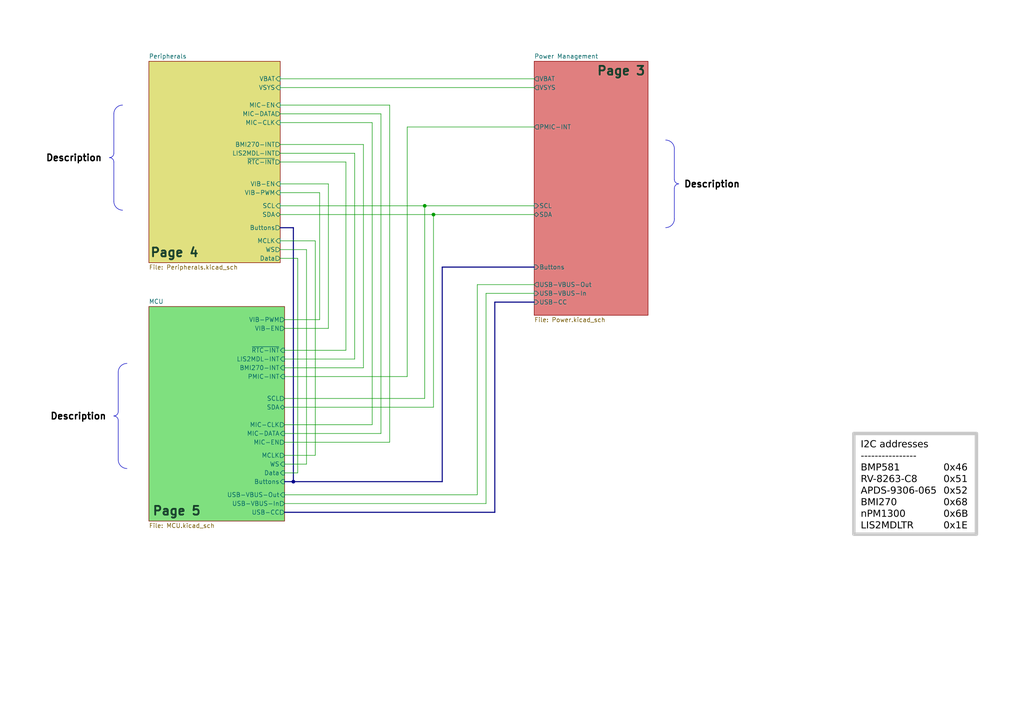
<source format=kicad_sch>
(kicad_sch
	(version 20250114)
	(generator "eeschema")
	(generator_version "9.0")
	(uuid "d5742f03-3b1a-42e5-a384-018bd4b919aa")
	(paper "A4")
	(title_block
		(title "Power-Management")
		(date "2025-07-13")
		(rev "${REVISION}")
		(company "${COMPANY}")
	)
	(lib_symbols)
	(arc
		(start 195.6 54.59)
		(mid 195.9749 53.6949)
		(end 196.87 53.32)
		(stroke
			(width 0)
			(type default)
		)
		(fill
			(type none)
		)
		(uuid 0d0a5f85-423a-4c91-909f-8f4829b9a93a)
	)
	(arc
		(start 33.02 33.02)
		(mid 33.7639 31.2239)
		(end 35.56 30.48)
		(stroke
			(width 0)
			(type default)
		)
		(fill
			(type none)
		)
		(uuid 1f986cde-39dc-4256-b7ab-1b87b0450a5a)
	)
	(arc
		(start 35.56 60.96)
		(mid 33.7698 60.2102)
		(end 33.02 58.42)
		(stroke
			(width 0)
			(type default)
		)
		(fill
			(type none)
		)
		(uuid 475eac8c-bcd6-4178-93e0-d59cefc80fd7)
	)
	(arc
		(start 31.75 45.72)
		(mid 32.6451 46.0949)
		(end 33.02 46.99)
		(stroke
			(width 0)
			(type default)
		)
		(fill
			(type none)
		)
		(uuid 602f2a6b-d9f6-47eb-afd4-baba9ea1f008)
	)
	(arc
		(start 193.06 40.62)
		(mid 194.8502 41.3698)
		(end 195.6 43.16)
		(stroke
			(width 0)
			(type default)
		)
		(fill
			(type none)
		)
		(uuid 6a9e2074-65cd-4a4a-84bf-6ceecf1db2b6)
	)
	(arc
		(start 196.87 53.32)
		(mid 195.9749 52.9451)
		(end 195.6 52.05)
		(stroke
			(width 0)
			(type default)
		)
		(fill
			(type none)
		)
		(uuid 74ec47f4-5d14-4868-94f6-a1b81869c9e3)
	)
	(arc
		(start 34.29 119.38)
		(mid 33.9151 120.2751)
		(end 33.02 120.65)
		(stroke
			(width 0)
			(type default)
		)
		(fill
			(type none)
		)
		(uuid 84c0fd28-0211-4b06-b256-6c0b700c0ec4)
	)
	(arc
		(start 195.6 63.48)
		(mid 194.8561 65.2761)
		(end 193.06 66.02)
		(stroke
			(width 0)
			(type default)
		)
		(fill
			(type none)
		)
		(uuid 910d85bb-30ec-4140-a43a-0fa0cba59ca3)
	)
	(arc
		(start 33.02 44.45)
		(mid 32.6451 45.3451)
		(end 31.75 45.72)
		(stroke
			(width 0)
			(type default)
		)
		(fill
			(type none)
		)
		(uuid 9aef0ffd-70f2-4f9f-a053-c0f003eead1b)
	)
	(arc
		(start 36.83 135.89)
		(mid 35.0398 135.1402)
		(end 34.29 133.35)
		(stroke
			(width 0)
			(type default)
		)
		(fill
			(type none)
		)
		(uuid b7347dca-925f-46cd-a43b-a0d430e2ae31)
	)
	(arc
		(start 34.29 107.95)
		(mid 35.0339 106.1539)
		(end 36.83 105.41)
		(stroke
			(width 0)
			(type default)
		)
		(fill
			(type none)
		)
		(uuid d3290a4f-eff2-4235-84b7-33a4e12c6a53)
	)
	(arc
		(start 33.02 120.65)
		(mid 33.9151 121.0249)
		(end 34.29 121.92)
		(stroke
			(width 0)
			(type default)
		)
		(fill
			(type none)
		)
		(uuid ffd260c0-4471-4212-8ed2-093930a6baae)
	)
	(text "Page 5"
		(exclude_from_sim no)
		(at 58.42 149.86 0)
		(effects
			(font
				(size 2.54 2.54)
				(bold yes)
				(color 20 60 40 1)
			)
			(justify right bottom)
			(href "#5")
		)
		(uuid "1c6419dd-4317-4250-9e51-7d91ac81481c")
	)
	(text "Page 3"
		(exclude_from_sim no)
		(at 187.325 22.225 0)
		(effects
			(font
				(size 2.54 2.54)
				(bold yes)
				(color 20 60 40 1)
			)
			(justify right bottom)
			(href "#3")
		)
		(uuid "40c46166-725e-4696-88e1-fc6bcae6612f")
	)
	(text "Page 4"
		(exclude_from_sim no)
		(at 57.785 74.93 0)
		(effects
			(font
				(size 2.54 2.54)
				(bold yes)
				(color 20 60 40 1)
			)
			(justify right bottom)
			(href "#4")
		)
		(uuid "edcfc842-3b0d-4b1a-9bde-92f723be0a77")
	)
	(text_box "Description"
		(exclude_from_sim no)
		(at 15.24 118.11 0)
		(size 17.145 5.08)
		(margins 1.4287 1.4287 1.4287 1.4287)
		(stroke
			(width -0.0001)
			(type default)
		)
		(fill
			(type none)
		)
		(effects
			(font
				(size 1.905 1.905)
				(thickness 0.381)
				(bold yes)
				(color 0 0 0 1)
			)
			(justify right top)
		)
		(uuid "14ff5e4d-8ee9-40f4-95c2-0ba3f9b9a625")
	)
	(text_box "I2C addresses\n----------------\nBMP581			0x46\nRV-8263-C8		0x51\nAPDS-9306-065	0x52\nBMI270			0x68\nnPM1300			0x6B\nLIS2MDLTR		0x1E"
		(exclude_from_sim no)
		(at 247.65 125.73 0)
		(size 35.56 29.21)
		(margins 2 2 2 2)
		(stroke
			(width 1)
			(type solid)
			(color 200 200 200 1)
		)
		(fill
			(type none)
		)
		(effects
			(font
				(face "Arial")
				(size 2 2)
				(color 0 0 0 1)
			)
			(justify left top)
		)
		(uuid "4cfd49f0-cf3d-448e-b835-b27d54dce44f")
	)
	(text_box "Description"
		(exclude_from_sim no)
		(at 13.97 43.18 0)
		(size 17.145 5.08)
		(margins 1.4287 1.4287 1.4287 1.4287)
		(stroke
			(width -0.0001)
			(type default)
		)
		(fill
			(type none)
		)
		(effects
			(font
				(size 1.905 1.905)
				(thickness 0.381)
				(bold yes)
				(color 0 0 0 1)
			)
			(justify right top)
		)
		(uuid "6bf16732-08a7-4c2f-8e49-2d3ac9ac6ce3")
	)
	(text_box "Description"
		(exclude_from_sim no)
		(at 196.85 50.8 0)
		(size 26.015 5.1)
		(margins 1.4287 1.4287 1.4287 1.4287)
		(stroke
			(width -0.0001)
			(type default)
		)
		(fill
			(type none)
		)
		(effects
			(font
				(size 1.905 1.905)
				(thickness 0.381)
				(bold yes)
				(color 0 0 0 1)
			)
			(justify left top)
		)
		(uuid "a9cd2ca0-c476-4813-985e-388c7fef1b04")
	)
	(junction
		(at 85.09 139.7)
		(diameter 0)
		(color 0 0 0 0)
		(uuid "29f55d23-49a3-4eb1-b710-ba119b2b72f1")
	)
	(junction
		(at 125.73 62.23)
		(diameter 0)
		(color 0 0 0 0)
		(uuid "64d150ba-0952-45cf-a571-87a9916e08db")
	)
	(junction
		(at 123.19 59.69)
		(diameter 0)
		(color 0 0 0 0)
		(uuid "d7643d27-cc69-4e9f-a1e5-7aa0bd107efd")
	)
	(polyline
		(pts
			(xy 195.58 54.61) (xy 195.58 63.5)
		)
		(stroke
			(width 0)
			(type default)
		)
		(uuid "043c6618-b911-47f1-ac0c-19372b874d8e")
	)
	(polyline
		(pts
			(xy 34.29 121.92) (xy 34.29 133.35)
		)
		(stroke
			(width 0)
			(type default)
		)
		(uuid "05df6e9a-718c-498c-93fc-b44aadfd5cee")
	)
	(wire
		(pts
			(xy 102.87 44.45) (xy 102.87 104.14)
		)
		(stroke
			(width 0)
			(type default)
		)
		(uuid "0612fcd2-d101-4e30-8234-af8beb6fef7c")
	)
	(wire
		(pts
			(xy 107.95 35.56) (xy 81.28 35.56)
		)
		(stroke
			(width 0)
			(type default)
		)
		(uuid "09465722-f208-4478-ba29-c26bb32550b7")
	)
	(wire
		(pts
			(xy 91.44 132.08) (xy 82.55 132.08)
		)
		(stroke
			(width 0)
			(type default)
		)
		(uuid "09e18395-d584-477c-b66b-b301be2476c5")
	)
	(wire
		(pts
			(xy 82.55 115.57) (xy 123.19 115.57)
		)
		(stroke
			(width 0)
			(type default)
		)
		(uuid "0a56d7db-43ce-4647-8517-acd128e55201")
	)
	(wire
		(pts
			(xy 91.44 69.85) (xy 91.44 132.08)
		)
		(stroke
			(width 0)
			(type default)
		)
		(uuid "0b630398-f963-4d02-9766-62e3977f3f84")
	)
	(bus
		(pts
			(xy 143.51 87.63) (xy 154.94 87.63)
		)
		(stroke
			(width 0)
			(type default)
		)
		(uuid "0e541ba1-2cbf-4660-8eb9-30c87e9efe65")
	)
	(wire
		(pts
			(xy 82.55 106.68) (xy 105.41 106.68)
		)
		(stroke
			(width 0)
			(type default)
		)
		(uuid "0ecaa43f-5a7c-4bfe-ba7d-5fbdc71b86b8")
	)
	(wire
		(pts
			(xy 100.33 101.6) (xy 82.55 101.6)
		)
		(stroke
			(width 0)
			(type default)
		)
		(uuid "147291d1-ebf2-4af1-aadb-dd7a922f4ee8")
	)
	(wire
		(pts
			(xy 92.71 92.71) (xy 82.55 92.71)
		)
		(stroke
			(width 0)
			(type default)
		)
		(uuid "15a50584-8f09-4623-aed0-171ea05061a4")
	)
	(bus
		(pts
			(xy 85.09 66.04) (xy 85.09 139.7)
		)
		(stroke
			(width 0)
			(type default)
		)
		(uuid "26f06967-cfed-4b56-849a-1d8b23a128cd")
	)
	(wire
		(pts
			(xy 82.55 118.11) (xy 125.73 118.11)
		)
		(stroke
			(width 0)
			(type default)
		)
		(uuid "2ac0f37d-d3e1-4b4b-8a10-cb690cc101e0")
	)
	(bus
		(pts
			(xy 82.55 148.59) (xy 143.51 148.59)
		)
		(stroke
			(width 0)
			(type default)
		)
		(uuid "31582fbd-9b76-46fc-b50f-9ab742fdad05")
	)
	(wire
		(pts
			(xy 105.41 106.68) (xy 105.41 41.91)
		)
		(stroke
			(width 0)
			(type default)
		)
		(uuid "323963c3-051e-48e4-86eb-a6eb3dfb4132")
	)
	(wire
		(pts
			(xy 138.43 143.51) (xy 82.55 143.51)
		)
		(stroke
			(width 0)
			(type default)
		)
		(uuid "42fcc6fc-6ab5-456b-b1b5-2f07b690dd23")
	)
	(polyline
		(pts
			(xy 195.58 43.18) (xy 195.58 52.07)
		)
		(stroke
			(width 0)
			(type default)
		)
		(uuid "46430fe5-af18-42d8-a3c0-b6bd26320987")
	)
	(wire
		(pts
			(xy 154.94 36.83) (xy 118.11 36.83)
		)
		(stroke
			(width 0)
			(type default)
		)
		(uuid "48c77f4e-3bad-4ae9-b11e-e9468a55a3b4")
	)
	(wire
		(pts
			(xy 138.43 82.55) (xy 138.43 143.51)
		)
		(stroke
			(width 0)
			(type default)
		)
		(uuid "48cf0bcb-8628-4c9b-8504-f2da2552eaf1")
	)
	(bus
		(pts
			(xy 128.27 139.7) (xy 85.09 139.7)
		)
		(stroke
			(width 0)
			(type default)
		)
		(uuid "497042e3-5e8e-4cb7-9ebf-0507485ff9e2")
	)
	(wire
		(pts
			(xy 113.03 128.27) (xy 82.55 128.27)
		)
		(stroke
			(width 0)
			(type default)
		)
		(uuid "4dd8d7a7-9688-489b-922e-7b8cddbe1d78")
	)
	(bus
		(pts
			(xy 128.27 77.47) (xy 128.27 139.7)
		)
		(stroke
			(width 0)
			(type default)
		)
		(uuid "58d25a80-4cda-4f02-9aec-c521392eea84")
	)
	(wire
		(pts
			(xy 140.97 85.09) (xy 154.94 85.09)
		)
		(stroke
			(width 0)
			(type default)
		)
		(uuid "596197aa-1e3c-40c9-af7a-910a75c50e4b")
	)
	(wire
		(pts
			(xy 81.28 22.86) (xy 154.94 22.86)
		)
		(stroke
			(width 0)
			(type default)
		)
		(uuid "61f620f7-63d2-41a1-82b9-33f4ef90de41")
	)
	(wire
		(pts
			(xy 102.87 104.14) (xy 82.55 104.14)
		)
		(stroke
			(width 0)
			(type default)
		)
		(uuid "6549794d-5004-42d4-9574-39b8df440bc9")
	)
	(wire
		(pts
			(xy 100.33 46.99) (xy 100.33 101.6)
		)
		(stroke
			(width 0)
			(type default)
		)
		(uuid "69c7df00-bb28-4cb9-a016-99e12b1595da")
	)
	(wire
		(pts
			(xy 140.97 85.09) (xy 140.97 146.05)
		)
		(stroke
			(width 0)
			(type default)
		)
		(uuid "6ae7ba33-0b30-49cf-ae82-79efbcf22079")
	)
	(bus
		(pts
			(xy 128.27 77.47) (xy 154.94 77.47)
		)
		(stroke
			(width 0)
			(type default)
		)
		(uuid "6b008153-c870-403a-91ec-4c7d7c08cba0")
	)
	(bus
		(pts
			(xy 143.51 87.63) (xy 143.51 148.59)
		)
		(stroke
			(width 0)
			(type default)
		)
		(uuid "6baffa15-f8ae-4332-bf62-86d3e726b99f")
	)
	(wire
		(pts
			(xy 81.28 46.99) (xy 100.33 46.99)
		)
		(stroke
			(width 0)
			(type default)
		)
		(uuid "6cbc9a39-55a2-40d5-ba4d-646460d2da0d")
	)
	(wire
		(pts
			(xy 125.73 62.23) (xy 125.73 118.11)
		)
		(stroke
			(width 0)
			(type default)
		)
		(uuid "6dfe7b4f-8add-4aea-b19e-68cbb90c3852")
	)
	(wire
		(pts
			(xy 125.73 62.23) (xy 154.94 62.23)
		)
		(stroke
			(width 0)
			(type default)
		)
		(uuid "7349ffd5-052b-4eec-8755-ca945cfbd92c")
	)
	(bus
		(pts
			(xy 81.28 66.04) (xy 85.09 66.04)
		)
		(stroke
			(width 0)
			(type default)
		)
		(uuid "769bc835-81ce-46b4-9a12-7ef0709c6c6a")
	)
	(wire
		(pts
			(xy 95.25 95.25) (xy 82.55 95.25)
		)
		(stroke
			(width 0)
			(type default)
		)
		(uuid "77a2e427-53cf-4a27-a904-af25fd1b0c0b")
	)
	(wire
		(pts
			(xy 138.43 82.55) (xy 154.94 82.55)
		)
		(stroke
			(width 0)
			(type default)
		)
		(uuid "7a6d65f6-5139-45ce-904d-e7b7e6123a92")
	)
	(wire
		(pts
			(xy 81.28 55.88) (xy 92.71 55.88)
		)
		(stroke
			(width 0)
			(type default)
		)
		(uuid "7ac98f2a-d4ea-4e43-9f86-ca003cfe7159")
	)
	(wire
		(pts
			(xy 110.49 125.73) (xy 82.55 125.73)
		)
		(stroke
			(width 0)
			(type default)
		)
		(uuid "7ba01e5b-5d6c-4631-b019-2350a4c1b07d")
	)
	(wire
		(pts
			(xy 81.28 59.69) (xy 123.19 59.69)
		)
		(stroke
			(width 0)
			(type default)
		)
		(uuid "7e11aac7-4615-4b47-a416-8c53507bd8bb")
	)
	(wire
		(pts
			(xy 105.41 41.91) (xy 81.28 41.91)
		)
		(stroke
			(width 0)
			(type default)
		)
		(uuid "7f640ee9-451c-41b0-80b5-312edf3f4bd1")
	)
	(wire
		(pts
			(xy 118.11 36.83) (xy 118.11 109.22)
		)
		(stroke
			(width 0)
			(type default)
		)
		(uuid "7fe2186f-5170-47be-9e13-6cb4e19a9f8d")
	)
	(wire
		(pts
			(xy 107.95 123.19) (xy 107.95 35.56)
		)
		(stroke
			(width 0)
			(type default)
		)
		(uuid "8623598b-8c0f-4793-bbe7-c75cd6a144b7")
	)
	(wire
		(pts
			(xy 81.28 30.48) (xy 113.03 30.48)
		)
		(stroke
			(width 0)
			(type default)
		)
		(uuid "92c22c45-9df8-4031-a418-a0eafdb42d77")
	)
	(wire
		(pts
			(xy 113.03 30.48) (xy 113.03 128.27)
		)
		(stroke
			(width 0)
			(type default)
		)
		(uuid "938c85b4-7ef6-42bd-9493-7f0f5cc3d421")
	)
	(wire
		(pts
			(xy 81.28 53.34) (xy 95.25 53.34)
		)
		(stroke
			(width 0)
			(type default)
		)
		(uuid "961850bc-7afd-4b33-9e6d-7970199be68d")
	)
	(wire
		(pts
			(xy 81.28 69.85) (xy 91.44 69.85)
		)
		(stroke
			(width 0)
			(type default)
		)
		(uuid "9b7acb9e-b30c-49b1-9241-c3d23949449a")
	)
	(wire
		(pts
			(xy 123.19 59.69) (xy 123.19 115.57)
		)
		(stroke
			(width 0)
			(type default)
		)
		(uuid "9f4acdc0-4a27-4e7b-a2c6-492f9a8c0c12")
	)
	(wire
		(pts
			(xy 82.55 123.19) (xy 107.95 123.19)
		)
		(stroke
			(width 0)
			(type default)
		)
		(uuid "a735173a-5b59-4a35-add9-d2ec6baa4b86")
	)
	(bus
		(pts
			(xy 85.09 139.7) (xy 82.55 139.7)
		)
		(stroke
			(width 0)
			(type default)
		)
		(uuid "a827e1b5-4882-40a8-afa8-12d07ef0daf0")
	)
	(wire
		(pts
			(xy 81.28 44.45) (xy 102.87 44.45)
		)
		(stroke
			(width 0)
			(type default)
		)
		(uuid "a9c8d3be-8729-4150-b988-215b2c1815cb")
	)
	(wire
		(pts
			(xy 82.55 146.05) (xy 140.97 146.05)
		)
		(stroke
			(width 0)
			(type default)
		)
		(uuid "aa00a422-1802-4154-8bf3-ca2360ea7cd5")
	)
	(wire
		(pts
			(xy 95.25 53.34) (xy 95.25 95.25)
		)
		(stroke
			(width 0)
			(type default)
		)
		(uuid "b0c9aad4-d822-4e95-97d2-6e474cbd78f0")
	)
	(wire
		(pts
			(xy 86.36 137.16) (xy 82.55 137.16)
		)
		(stroke
			(width 0)
			(type default)
		)
		(uuid "b20d028c-c07a-4346-be08-f3c0ccf8050c")
	)
	(polyline
		(pts
			(xy 34.29 119.38) (xy 34.29 107.95)
		)
		(stroke
			(width 0)
			(type default)
		)
		(uuid "bb8763f6-0405-4060-81c6-ef46723cdfa8")
	)
	(wire
		(pts
			(xy 88.9 72.39) (xy 88.9 134.62)
		)
		(stroke
			(width 0)
			(type default)
		)
		(uuid "c03e323f-00d3-4309-ba82-da2197bfa15c")
	)
	(wire
		(pts
			(xy 110.49 33.02) (xy 110.49 125.73)
		)
		(stroke
			(width 0)
			(type default)
		)
		(uuid "c449571d-a795-446a-af7c-258a07860599")
	)
	(wire
		(pts
			(xy 92.71 55.88) (xy 92.71 92.71)
		)
		(stroke
			(width 0)
			(type default)
		)
		(uuid "c5292275-8461-4c23-b8a3-c40791166809")
	)
	(wire
		(pts
			(xy 81.28 62.23) (xy 125.73 62.23)
		)
		(stroke
			(width 0)
			(type default)
		)
		(uuid "cea72b24-df67-4690-b6ab-d32da7594f34")
	)
	(wire
		(pts
			(xy 81.28 25.4) (xy 154.94 25.4)
		)
		(stroke
			(width 0)
			(type default)
		)
		(uuid "cfca47e9-5556-439a-b6e0-b88420013397")
	)
	(wire
		(pts
			(xy 86.36 74.93) (xy 86.36 137.16)
		)
		(stroke
			(width 0)
			(type default)
		)
		(uuid "d4f5d83c-c5cb-4895-983a-e563f323ff9b")
	)
	(wire
		(pts
			(xy 81.28 74.93) (xy 86.36 74.93)
		)
		(stroke
			(width 0)
			(type default)
		)
		(uuid "dc78a5a2-cb92-4a3f-bffb-7642afdb9a00")
	)
	(polyline
		(pts
			(xy 33.02 46.99) (xy 33.02 58.42)
		)
		(stroke
			(width 0)
			(type default)
		)
		(uuid "e2ec56b3-fcbc-418e-ba82-c5d7af6b18ba")
	)
	(wire
		(pts
			(xy 88.9 134.62) (xy 82.55 134.62)
		)
		(stroke
			(width 0)
			(type default)
		)
		(uuid "e6412902-a12c-4726-96c0-1a87361338cf")
	)
	(wire
		(pts
			(xy 82.55 109.22) (xy 118.11 109.22)
		)
		(stroke
			(width 0)
			(type default)
		)
		(uuid "e8246558-51d9-46d8-982f-55d7ac1b294d")
	)
	(wire
		(pts
			(xy 81.28 72.39) (xy 88.9 72.39)
		)
		(stroke
			(width 0)
			(type default)
		)
		(uuid "e85441e1-1c54-4457-880a-f8059155ac91")
	)
	(wire
		(pts
			(xy 123.19 59.69) (xy 154.94 59.69)
		)
		(stroke
			(width 0)
			(type default)
		)
		(uuid "efe0c016-f71b-4417-a843-9fca35d1cef7")
	)
	(polyline
		(pts
			(xy 33.02 44.45) (xy 33.02 33.02)
		)
		(stroke
			(width 0)
			(type default)
		)
		(uuid "efee73f9-8b99-4dd0-a783-7dbc49dacb47")
	)
	(wire
		(pts
			(xy 81.28 33.02) (xy 110.49 33.02)
		)
		(stroke
			(width 0)
			(type default)
		)
		(uuid "f53c9ce5-5f62-4f5f-91bf-f54d9587167a")
	)
	(sheet
		(at 43.18 17.78)
		(size 38.1 58.42)
		(exclude_from_sim no)
		(in_bom yes)
		(on_board yes)
		(dnp no)
		(fields_autoplaced yes)
		(stroke
			(width 0.1524)
			(type solid)
		)
		(fill
			(color 194 194 0 0.5000)
		)
		(uuid "82af773f-8c39-43b9-baa2-3658da6c8bb2")
		(property "Sheetname" "Peripherals"
			(at 43.18 17.0684 0)
			(effects
				(font
					(size 1.27 1.27)
				)
				(justify left bottom)
			)
		)
		(property "Sheetfile" "Peripherals.kicad_sch"
			(at 43.18 76.7846 0)
			(effects
				(font
					(size 1.27 1.27)
				)
				(justify left top)
			)
		)
		(pin "SDA" bidirectional
			(at 81.28 62.23 0)
			(uuid "1eba675f-19b6-4eba-8fe6-90deccba51be")
			(effects
				(font
					(size 1.27 1.27)
				)
				(justify right)
			)
		)
		(pin "SCL" input
			(at 81.28 59.69 0)
			(uuid "bb337551-8166-4fd6-a499-6bab8619b51a")
			(effects
				(font
					(size 1.27 1.27)
				)
				(justify right)
			)
		)
		(pin "LIS2MDL-INT" output
			(at 81.28 44.45 0)
			(uuid "f9446bb0-ec0b-453a-b94f-c3fef08131bf")
			(effects
				(font
					(size 1.27 1.27)
				)
				(justify right)
			)
		)
		(pin "BMI270-INT" output
			(at 81.28 41.91 0)
			(uuid "de9f7396-b2c2-41ba-b5b4-bf10ea78a8a7")
			(effects
				(font
					(size 1.27 1.27)
				)
				(justify right)
			)
		)
		(pin "MIC-EN" input
			(at 81.28 30.48 0)
			(uuid "33014fe4-8fc2-4a90-8488-3a78a8f94939")
			(effects
				(font
					(size 1.27 1.27)
				)
				(justify right)
			)
		)
		(pin "MIC-CLK" input
			(at 81.28 35.56 0)
			(uuid "bd487bc6-b4ba-4b0a-a3b2-8e2efd663997")
			(effects
				(font
					(size 1.27 1.27)
				)
				(justify right)
			)
		)
		(pin "MIC-DATA" output
			(at 81.28 33.02 0)
			(uuid "da52275d-b12c-474d-9e34-8bab37713965")
			(effects
				(font
					(size 1.27 1.27)
				)
				(justify right)
			)
		)
		(pin "Buttons" output
			(at 81.28 66.04 0)
			(uuid "0045687a-593f-4c61-91f3-4bbebd17a337")
			(effects
				(font
					(size 1.27 1.27)
				)
				(justify right)
			)
		)
		(pin "VBAT" input
			(at 81.28 22.86 0)
			(uuid "3ffb7511-678d-4b0c-8533-869f86755930")
			(effects
				(font
					(size 1.27 1.27)
				)
				(justify right)
			)
		)
		(pin "VSYS" input
			(at 81.28 25.4 0)
			(uuid "4e5961b0-ce96-4f62-8ff7-f606f1f01d2a")
			(effects
				(font
					(size 1.27 1.27)
				)
				(justify right)
			)
		)
		(pin "~{RTC-INT}" output
			(at 81.28 46.99 0)
			(uuid "1b89b6ba-fdaa-4042-99a5-381aa29b58e2")
			(effects
				(font
					(size 1.27 1.27)
				)
				(justify right)
			)
		)
		(pin "VIB-EN" input
			(at 81.28 53.34 0)
			(uuid "c06a7bb5-06bd-4fd2-9e16-ee0bf75a1651")
			(effects
				(font
					(size 1.27 1.27)
				)
				(justify right)
			)
		)
		(pin "VIB-PWM" input
			(at 81.28 55.88 0)
			(uuid "4df49e2f-f788-4101-bb1f-064313bba0b6")
			(effects
				(font
					(size 1.27 1.27)
				)
				(justify right)
			)
		)
		(pin "MCLK" input
			(at 81.28 69.85 0)
			(uuid "f606846e-30e5-4f58-89da-18bf98f13c82")
			(effects
				(font
					(size 1.27 1.27)
				)
				(justify right)
			)
		)
		(pin "WS" output
			(at 81.28 72.39 0)
			(uuid "aff0a317-18e8-472f-bf48-839c4ad6be5b")
			(effects
				(font
					(size 1.27 1.27)
				)
				(justify right)
			)
		)
		(pin "Data" output
			(at 81.28 74.93 0)
			(uuid "dbef254f-68b8-4eac-a0cc-f1fdad27723e")
			(effects
				(font
					(size 1.27 1.27)
				)
				(justify right)
			)
		)
		(instances
			(project ""
				(path "/c5103ceb-5325-4a84-a025-9638a412984e"
					(page "#")
				)
			)
			(project "Watch-DK"
				(path "/d5742f03-3b1a-42e5-a384-018bd4b919aa/c5103ceb-5325-4a84-a025-9638a412984e"
					(page "5")
				)
			)
		)
	)
	(sheet
		(at 43.18 88.9)
		(size 39.37 62.23)
		(exclude_from_sim no)
		(in_bom yes)
		(on_board yes)
		(dnp no)
		(fields_autoplaced yes)
		(stroke
			(width 0.1524)
			(type solid)
		)
		(fill
			(color 0 194 0 0.5000)
		)
		(uuid "8c9f2ee7-84da-4a9a-b0dc-117e0b0a9ea7")
		(property "Sheetname" "MCU"
			(at 43.18 88.1884 0)
			(effects
				(font
					(size 1.27 1.27)
				)
				(justify left bottom)
			)
		)
		(property "Sheetfile" "MCU.kicad_sch"
			(at 43.18 151.7146 0)
			(effects
				(font
					(size 1.27 1.27)
				)
				(justify left top)
			)
		)
		(pin "SCL" output
			(at 82.55 115.57 0)
			(uuid "797249bb-9869-421e-8e92-643b562e07c7")
			(effects
				(font
					(size 1.27 1.27)
				)
				(justify right)
			)
		)
		(pin "SDA" bidirectional
			(at 82.55 118.11 0)
			(uuid "dd8ef5e8-63ba-4fb4-bd0e-6f3a25da8155")
			(effects
				(font
					(size 1.27 1.27)
				)
				(justify right)
			)
		)
		(pin "LIS2MDL-INT" input
			(at 82.55 104.14 0)
			(uuid "07375f88-2e9c-4e51-b8c4-2084d7ed672d")
			(effects
				(font
					(size 1.27 1.27)
				)
				(justify right)
			)
		)
		(pin "BMI270-INT" input
			(at 82.55 106.68 0)
			(uuid "3e12da2a-033c-40fc-aa6b-96d8bfbb4cf3")
			(effects
				(font
					(size 1.27 1.27)
				)
				(justify right)
			)
		)
		(pin "PMIC-INT" input
			(at 82.55 109.22 0)
			(uuid "ace71a04-b7ab-4a2f-9fb9-a6b38e5217c1")
			(effects
				(font
					(size 1.27 1.27)
				)
				(justify right)
			)
		)
		(pin "MIC-DATA" input
			(at 82.55 125.73 0)
			(uuid "8850166a-b658-4d29-a0a5-9e447cda1ad6")
			(effects
				(font
					(size 1.27 1.27)
				)
				(justify right)
			)
		)
		(pin "MIC-CLK" output
			(at 82.55 123.19 0)
			(uuid "b011bc5c-deda-4e2f-aa1e-0eaa632dcfe3")
			(effects
				(font
					(size 1.27 1.27)
				)
				(justify right)
			)
		)
		(pin "MIC-EN" output
			(at 82.55 128.27 0)
			(uuid "3ef54fdf-f668-429f-94bd-2fa670f6d799")
			(effects
				(font
					(size 1.27 1.27)
				)
				(justify right)
			)
		)
		(pin "USB-VBUS-In" output
			(at 82.55 146.05 0)
			(uuid "96cb327f-d37d-4f2d-9c3b-5d505420c6ad")
			(effects
				(font
					(size 1.27 1.27)
				)
				(justify right)
			)
		)
		(pin "USB-CC" output
			(at 82.55 148.59 0)
			(uuid "6a0b679b-6522-4527-8ed7-c1ded9b2a9a0")
			(effects
				(font
					(size 1.27 1.27)
				)
				(justify right)
			)
		)
		(pin "USB-VBUS-Out" input
			(at 82.55 143.51 0)
			(uuid "e071ff08-fec4-49e9-949e-186193f82465")
			(effects
				(font
					(size 1.27 1.27)
				)
				(justify right)
			)
		)
		(pin "Buttons" input
			(at 82.55 139.7 0)
			(uuid "f1d5f040-34c2-4367-85d5-baa50b55dc11")
			(effects
				(font
					(size 1.27 1.27)
				)
				(justify right)
			)
		)
		(pin "~{RTC-INT}" input
			(at 82.55 101.6 0)
			(uuid "86c732d1-e8ac-419e-a590-91d080341b4c")
			(effects
				(font
					(size 1.27 1.27)
				)
				(justify right)
			)
		)
		(pin "VIB-EN" output
			(at 82.55 95.25 0)
			(uuid "0ddf500a-0bb5-42cd-82fd-7b8eaf72a350")
			(effects
				(font
					(size 1.27 1.27)
				)
				(justify right)
			)
		)
		(pin "VIB-PWM" output
			(at 82.55 92.71 0)
			(uuid "927eeacb-2b9c-42db-9a63-b19835a2516b")
			(effects
				(font
					(size 1.27 1.27)
				)
				(justify right)
			)
		)
		(pin "MCLK" output
			(at 82.55 132.08 0)
			(uuid "3b00e0af-be1c-4a06-a7b2-5e396ab0dbd8")
			(effects
				(font
					(size 1.27 1.27)
				)
				(justify right)
			)
		)
		(pin "WS" input
			(at 82.55 134.62 0)
			(uuid "7bf1bc1a-ab56-47bb-91c7-1ab89d6391d4")
			(effects
				(font
					(size 1.27 1.27)
				)
				(justify right)
			)
		)
		(pin "Data" input
			(at 82.55 137.16 0)
			(uuid "b0def621-addf-4a5c-ae91-caf921bcb101")
			(effects
				(font
					(size 1.27 1.27)
				)
				(justify right)
			)
		)
		(instances
			(project ""
				(path "/c5103ceb-5325-4a84-a025-9638a412984e"
					(page "#")
				)
			)
			(project "Watch-DK"
				(path "/d5742f03-3b1a-42e5-a384-018bd4b919aa/c5103ceb-5325-4a84-a025-9638a412984e"
					(page "6")
				)
			)
		)
	)
	(sheet
		(at 154.94 17.78)
		(size 33.02 73.66)
		(exclude_from_sim no)
		(in_bom yes)
		(on_board yes)
		(dnp no)
		(fields_autoplaced yes)
		(stroke
			(width 0.1524)
			(type solid)
		)
		(fill
			(color 194 0 0 0.5000)
		)
		(uuid "cee9a3a2-28cd-4e6c-b23d-337f115f39e8")
		(property "Sheetname" "Power Management"
			(at 154.94 17.0684 0)
			(effects
				(font
					(size 1.27 1.27)
				)
				(justify left bottom)
			)
		)
		(property "Sheetfile" "Power.kicad_sch"
			(at 154.94 92.0246 0)
			(effects
				(font
					(size 1.27 1.27)
				)
				(justify left top)
			)
		)
		(pin "PMIC-INT" output
			(at 154.94 36.83 180)
			(uuid "52da53ce-c1e8-41b8-b9cf-0f4cb9dfd47c")
			(effects
				(font
					(size 1.27 1.27)
				)
				(justify left)
			)
		)
		(pin "SCL" input
			(at 154.94 59.69 180)
			(uuid "11eddba8-96df-4767-88fe-00b788be41ea")
			(effects
				(font
					(size 1.27 1.27)
				)
				(justify left)
			)
		)
		(pin "SDA" bidirectional
			(at 154.94 62.23 180)
			(uuid "edf7cf8e-768f-42be-ad90-6ba90c1f26db")
			(effects
				(font
					(size 1.27 1.27)
				)
				(justify left)
			)
		)
		(pin "VSYS" output
			(at 154.94 25.4 180)
			(uuid "5e4558eb-ce2f-41b6-9832-9bbb640fd251")
			(effects
				(font
					(size 1.27 1.27)
				)
				(justify left)
			)
		)
		(pin "VBAT" output
			(at 154.94 22.86 180)
			(uuid "e9c720ee-7b58-408c-b334-d9d458d80a2c")
			(effects
				(font
					(size 1.27 1.27)
				)
				(justify left)
			)
		)
		(pin "USB-VBUS-In" input
			(at 154.94 85.09 180)
			(uuid "163c1dce-66fb-4a5c-a4d9-5100029030bf")
			(effects
				(font
					(size 1.27 1.27)
				)
				(justify left)
			)
		)
		(pin "USB-CC" input
			(at 154.94 87.63 180)
			(uuid "302485ea-4f66-470d-82ad-807719166ba5")
			(effects
				(font
					(size 1.27 1.27)
				)
				(justify left)
			)
		)
		(pin "USB-VBUS-Out" output
			(at 154.94 82.55 180)
			(uuid "78494372-6620-46dd-a87b-2c1205f3a78d")
			(effects
				(font
					(size 1.27 1.27)
				)
				(justify left)
			)
		)
		(pin "Buttons" input
			(at 154.94 77.47 180)
			(uuid "ac2256bc-3f3d-482b-96c9-f8b3d88bdddc")
			(effects
				(font
					(size 1.27 1.27)
				)
				(justify left)
			)
		)
		(instances
			(project ""
				(path "/c5103ceb-5325-4a84-a025-9638a412984e"
					(page "#")
				)
			)
			(project "Watch-DK"
				(path "/d5742f03-3b1a-42e5-a384-018bd4b919aa/c5103ceb-5325-4a84-a025-9638a412984e"
					(page "4")
				)
			)
		)
	)
)

</source>
